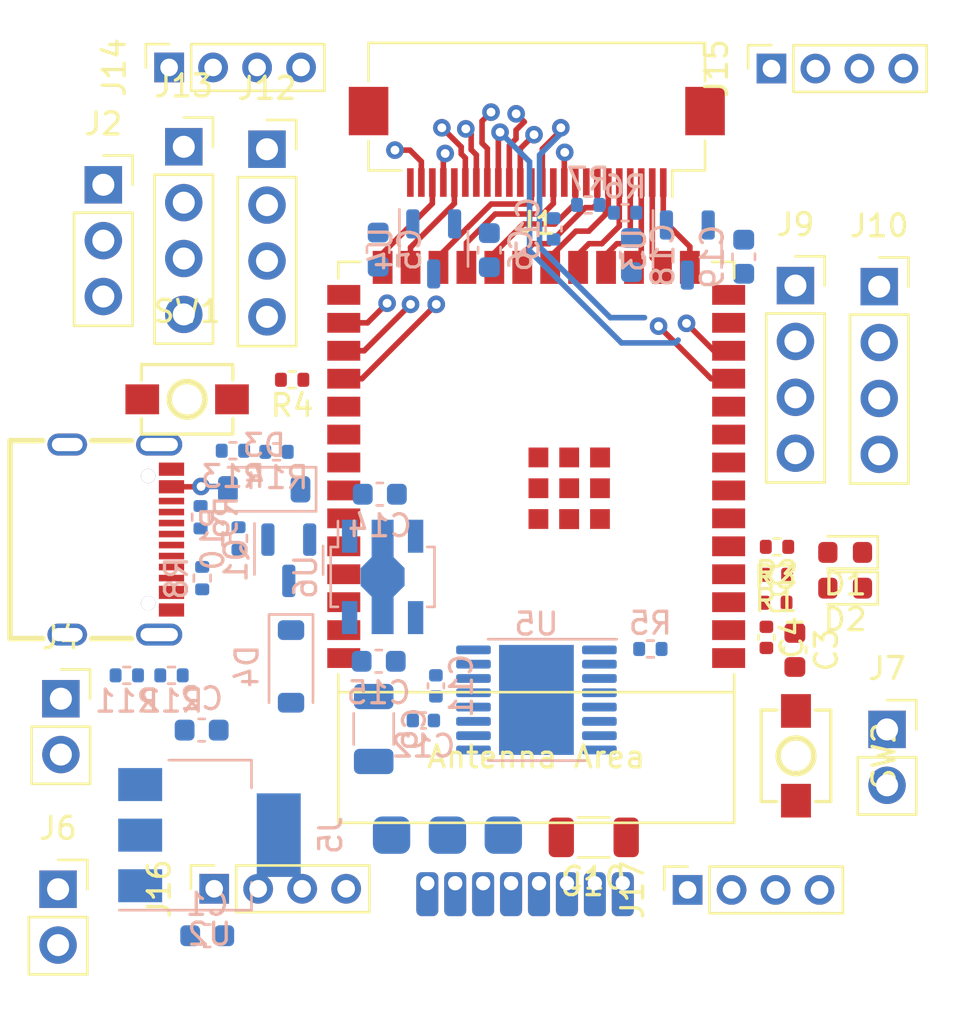
<source format=kicad_pcb>
(kicad_pcb (version 20221018) (generator pcbnew)
  (layers (0 "F.Cu" signal) (31 "B.Cu" signal) (34 "B.Paste" user) (35 "F.Paste" user) (36 "B.SilkS" user "B.Silkscreen") (37 "F.SilkS" user "F.Silkscreen") (38 "B.Mask" user) (39 "F.Mask" user) (44 "Edge.Cuts" user))
  (net 0 "")
  (net 1 "+5V")
  (net 2 "GND")
  (net 3 "VBAT")
  (net 4 "+3.3V")
  (net 5 "+2V8")
  (net 6 "Net-(U5-VINT)")
  (net 7 "Net-(U5-VCP)")
  (net 8 "VSYS")
  (net 9 "+1V2")
  (net 10 "Net-(D1-A)")
  (net 11 "Net-(D2-A)")
  (net 12 "VBUS")
  (net 13 "Net-(D4-K)")
  (net 14 "/STROBE")
  (net 15 "SIOD")
  (net 16 "SIOC")
  (net 17 "/~{RESET}")
  (net 18 "VSYNC")
  (net 19 "/PWDN")
  (net 20 "HREF")
  (net 21 "DATA9")
  (net 22 "XCLK")
  (net 23 "DATA8")
  (net 24 "DATA7")
  (net 25 "PCLK")
  (net 26 "DATA6")
  (net 27 "DATA2")
  (net 28 "DATA5")
  (net 29 "DATA3")
  (net 30 "DATA4")
  (net 31 "DATA1")
  (net 32 "DATA0")
  (net 33 "STEER")
  (net 34 "TX0")
  (net 35 "RX0")
  (net 36 "MOTOR_A_OUT1")
  (net 37 "MOTOR_A_OUT2")
  (net 38 "MOTOR_B_OUT1")
  (net 39 "MOTOR_B_OUT2")
  (net 40 "NRF_CE")
  (net 41 "NRF_CSN")
  (net 42 "NRF_SCK")
  (net 43 "NRF_MOSI")
  (net 44 "NRF_MISO")
  (net 45 "NRF_IRQ")
  (net 46 "GPIO00")
  (net 47 "RGB_LED")
  (net 48 "/RGB_FL_FR")
  (net 49 "/RGB_FR_BL")
  (net 50 "/RGB_BL_BR")
  (net 52 "LED_RED")
  (net 53 "LED_BLUE")
  (net 54 "~{NRESET}")
  (net 55 "~{BOOT}")
  (net 56 "Net-(U5-nSLEEP)")
  (net 57 "Net-(J11-CC2)")
  (net 58 "Net-(J11-CC1)")
  (net 59 "BATT_VOLTAGE")
  (net 60 "USB_SENSE")
  (net 61 "/~{MOTOR_NFAULT}")
  (net 62 "MOTOR_B_IN1")
  (net 63 "MOTOR_B_IN2")
  (net 64 "MOTOR_A_IN2")
  (net 65 "MOTOR_A_IN1")
  (net 73 "unconnected-(U1-GPIO18{slash}U1RXD{slash}ADC2_CH7{slash}CLK_OUT3-Pad11)")
  (net 74 "unconnected-(U1-GPIO8{slash}TOUCH8{slash}ADC1_CH7{slash}SUBSPICS1-Pad12)")
  (net 75 "USB-")
  (net 76 "USB+")
  (net 77 "unconnected-(U1-SPIIO6{slash}GPIO35{slash}FSPID{slash}SUBSPID-Pad28)")
  (net 78 "unconnected-(U1-SPIIO7{slash}GPIO36{slash}FSPICLK{slash}SUBSPICLK-Pad29)")
  (net 79 "unconnected-(U1-SPIDQS{slash}GPIO37{slash}FSPIQ{slash}SUBSPIQ-Pad30)")
  (footprint "Connector_PinSocket_2.54mm:PinSocket_1x03_P2.54mm_Vertical" (layer "F.Cu") (at 132.7404 97.5868)
    (fp_text reference "J2")
    (fp_text value "Steering")
  )
  (footprint "Connector_PinHeader_1.27mm:PinHeader_1x08_P1.27mm_Vertical" (layer "F.Cu") (at 156.3606 129.3368 -90)
    (fp_text reference "J8" hide)
    (fp_text value "NRF24L01" hide)
  )
  (footprint "Connector_PinSocket_2.00mm:PinSocket_1x04_P2.00mm_Vertical" (layer "F.Cu") (at 159.306 129.6416 90)
    (fp_text reference "J17")
    (fp_text value "RGB BR")
  )
  (footprint "Connector_PinSocket_2.54mm:PinSocket_1x02_P2.54mm_Vertical" (layer "F.Cu") (at 168.3762 122.3464)
    (fp_text reference "J7")
    (fp_text value "M2")
  )
  (footprint "Capacitor_SMD:C_0402_1005Metric" (layer "F.Cu") (at 162.8902 118.1614 -90)
    (fp_text reference "C4")
    (fp_text value "1u")
  )
  (footprint "Capacitor_SMD:C_0603_1608Metric" (layer "F.Cu") (at 164.1856 118.7326 -90)
    (fp_text reference "C3")
    (fp_text value "10u")
  )
  (footprint "Connector_PinSocket_2.54mm:PinSocket_1x02_P2.54mm_Vertical" (layer "F.Cu") (at 130.6826 129.6108)
    (fp_text reference "J6")
    (fp_text value "M1")
  )
  (footprint "Resistor_SMD:R_0402_1005Metric" (layer "F.Cu") (at 163.2966 116.586)
    (fp_text reference "R3")
    (fp_text value "10k")
  )
  (footprint "Capacitor_SMD:C_1206_3216Metric" (layer "F.Cu") (at 155.0398 127.254 180)
    (fp_text reference "C10")
    (fp_text value "47u")
  )
  (footprint "Connector_PinSocket_2.54mm:PinSocket_1x02_P2.54mm_Vertical" (layer "F.Cu") (at 130.8096 120.9494)
    (fp_text reference "J4")
    (fp_text value "Battery")
  )
  (footprint "easyeda2kicad:USB-SMD_GT-USB-7010AN" (layer "F.Cu") (at 133.4697 113.7158 -90)
    (fp_text reference "J11" hide)
    (fp_text value "USB C" hide)
  )
  (footprint "Espressif:ESP32-S3-WROOM-1" (layer "F.Cu") (at 152.424 110.842 180)
    (fp_text reference "U1")
    (fp_text value "ESP32-S3-WROOM-1")
  )
  (footprint "Connector_PinSocket_2.54mm:PinSocket_1x04_P2.54mm_Vertical" (layer "F.Cu") (at 168.0206 102.2196)
    (fp_text reference "J10")
    (fp_text value "GPIO")
  )
  (footprint "Resistor_SMD:R_0402_1005Metric" (layer "F.Cu") (at 141.3256 106.4514 180)
    (fp_text reference "R4")
    (fp_text value "10k")
  )
  (footprint "Connector_PinSocket_2.00mm:PinSocket_1x04_P2.00mm_Vertical" (layer "F.Cu") (at 163.1188 92.3036 90)
    (fp_text reference "J15")
    (fp_text value "RGB FR")
  )
  (footprint "Connector_PinSocket_2.54mm:PinSocket_1x04_P2.54mm_Vertical" (layer "F.Cu") (at 164.2106 102.1688)
    (fp_text reference "J9")
    (fp_text value "GPIO")
  )
  (footprint "LED_SMD:LED_0603_1608Metric" (layer "F.Cu") (at 166.4716 115.9256 180)
    (fp_text reference "D2")
    (fp_text value "BLUE")
  )
  (footprint "easyeda2kicad:SW-SMD_L4.0-W2.9-LS5.0" (layer "F.Cu") (at 136.5504 107.3404)
    (fp_text reference "SW1")
    (fp_text value "SW_SPST")
  )
  (footprint "Connector_PinSocket_2.54mm:PinSocket_1x04_P2.54mm_Vertical" (layer "F.Cu") (at 136.398 95.8596)
    (fp_text reference "J13")
    (fp_text value "GPIO")
  )
  (footprint "easyeda2kicad:SW-SMD_L4.0-W2.9-LS5.0" (layer "F.Cu") (at 164.2364 123.5456 -90)
    (fp_text reference "SW2")
    (fp_text value "SW_SPST")
  )
  (footprint "Resistor_SMD:R_0402_1005Metric" (layer "F.Cu") (at 163.3728 114.046 180)
    (fp_text reference "R2")
    (fp_text value "1k")
  )
  (footprint "Resistor_SMD:R_0402_1005Metric" (layer "F.Cu") (at 163.322 115.316 180)
    (fp_text reference "R1")
    (fp_text value "1k")
  )
  (footprint "Connector_FFC-FPC:Hirose_FH12-24S-0.5SH_1x24-1MP_P0.50mm_Horizontal" (layer "F.Cu") (at 152.4508 95.6352 180)
    (fp_text reference "J1")
    (fp_text value "CAMERA")
  )
  (footprint "Connector_PinSocket_2.00mm:PinSocket_1x04_P2.00mm_Vertical" (layer "F.Cu") (at 137.781 129.5908 90)
    (fp_text reference "J16")
    (fp_text value "RGB BL")
  )
  (footprint "Connector_PinSocket_2.54mm:PinSocket_1x04_P2.54mm_Vertical" (layer "F.Cu") (at 140.1822 95.9712)
    (fp_text reference "J12")
    (fp_text value "GPIO")
  )
  (footprint "Connector_PinSocket_2.00mm:PinSocket_1x04_P2.00mm_Vertical" (layer "F.Cu") (at 135.732 92.2528 90)
    (fp_text reference "J14")
    (fp_text value "RGB FL")
  )
  (footprint "LED_SMD:LED_0603_1608Metric" (layer "F.Cu") (at 166.4716 114.3 180)
    (fp_text reference "D1")
    (fp_text value "RED")
  )
  (footprint "Capacitor_SMD:C_0402_1005Metric" (layer "B.Cu") (at 153.2128 99.5908 -90)
    (fp_text reference "C13")
    (fp_text value "0.1u")
  )
  (footprint "Capacitor_SMD:C_0603_1608Metric" (layer "B.Cu") (at 161.859 100.8579 -90)
    (fp_text reference "C19")
    (fp_text value "10u")
  )
  (footprint "Resistor_SMD:R_0402_1005Metric" (layer "B.Cu") (at 156.464 98.8568 180)
    (fp_text reference "R6")
    (fp_text value "10k")
  )
  (footprint "Diode_SMD:D_SOD-123" (layer "B.Cu") (at 141.2748 119.4816 -90)
    (fp_text reference "D4")
    (fp_text value "Schottky")
  )
  (footprint "Package_TO_SOT_SMD:SOT-89-5" (layer "B.Cu") (at 145.439 115.4134 -90)
    (fp_text reference "U6")
    (fp_text value "WL2803K33-5/TR")
  )
  (footprint "Resistor_SMD:R_0402_1005Metric" (layer "B.Cu") (at 137.2362 115.4684 -90)
    (fp_text reference "R8")
    (fp_text value "5.11k")
  )
  (footprint "Capacitor_SMD:C_0603_1608Metric" (layer "B.Cu") (at 145.312 111.6542)
    (fp_text reference "C14")
    (fp_text value "10u")
  )
  (footprint "Resistor_SMD:R_0402_1005Metric" (layer "B.Cu") (at 137.16 112.6998 90)
    (fp_text reference "R9")
    (fp_text value "5.11k")
  )
  (footprint "Package_SO:HTSSOP-16-1EP_4.4x5mm_P0.65mm_EP3.4x5mm_Mask2.46x2.31mm_ThermalVias" (layer "B.Cu") (at 152.4331 121.005 180)
    (fp_text reference "U5")
    (fp_text value "DRV8833PWP")
  )
  (footprint "Capacitor_SMD:C_0603_1608Metric" (layer "B.Cu") (at 150.2918 100.5586 90)
    (fp_text reference "C6")
    (fp_text value "10u")
  )
  (footprint "Capacitor_SMD:C_0402_1005Metric" (layer "B.Cu") (at 147.2929 121.9406)
    (fp_text reference "C12")
    (fp_text value "10n")
  )
  (footprint "Resistor_SMD:R_0402_1005Metric" (layer "B.Cu") (at 138.8872 113.665 -90)
    (fp_text reference "R10")
    (fp_text value "10k")
  )
  (footprint "Resistor_SMD:R_0402_1005Metric" (layer "B.Cu") (at 133.8072 119.888)
    (fp_text reference "R11")
    (fp_text value "10k")
  )
  (footprint "Resistor_SMD:R_0402_1005Metric" (layer "B.Cu") (at 138.6332 109.6772)
    (fp_text reference "R13")
    (fp_text value "10k")
  )
  (footprint "Diode_SMD:D_SOD-123" (layer "B.Cu") (at 140.0546 111.4298 180)
    (fp_text reference "D3")
    (fp_text value "D_Schottky")
  )
  (footprint "Package_TO_SOT_SMD:SOT-23-3" (layer "B.Cu") (at 159.2936 100.5531 -90)
    (fp_text reference "U3")
    (fp_text value "XC6206-1.2V")
  )
  (footprint "Connector_PinSocket_2.54mm:PinSocket_1x03_P2.54mm_Vertical" (layer "B.Cu") (at 145.8468 127.1524 -90)
    (fp_text reference "J5")
    (fp_text value "Debug UART")
  )
  (footprint "Package_TO_SOT_SMD:SOT-223-3_TabPin2" (layer "B.Cu") (at 137.5664 127.1524)
    (fp_text reference "U2")
    (fp_text value "AMS1117-5.0")
  )
  (footprint "Capacitor_SMD:C_0603_1608Metric" (layer "B.Cu") (at 137.4648 131.7244 180)
    (fp_text reference "C1")
    (fp_text value "10u")
  )
  (footprint "Capacitor_SMD:C_0603_1608Metric" (layer "B.Cu") (at 156.7536 100.7817 90)
    (fp_text reference "C18")
    (fp_text value "10u")
  )
  (footprint "Resistor_SMD:R_0402_1005Metric" (layer "B.Cu") (at 135.8392 119.888)
    (fp_text reference "R12")
    (fp_text value "4.7k")
  )
  (footprint "Capacitor_SMD:C_1206_3216Metric" (layer "B.Cu") (at 145.034 122.3264 90)
    (fp_text reference "C9")
    (fp_text value "47u")
  )
  (footprint "Capacitor_SMD:C_0402_1005Metric" (layer "B.Cu") (at 147.8611 120.3658 90)
    (fp_text reference "C11")
    (fp_text value "2.2u")
  )
  (footprint "Resistor_SMD:R_0402_1005Metric" (layer "B.Cu") (at 157.6147 118.6894 180)
    (fp_text reference "R5")
    (fp_text value "10k")
  )
  (footprint "Package_TO_SOT_SMD:SOT-23" (layer "B.Cu") (at 141.1732 114.6556 -90)
    (fp_text reference "Q1")
    (fp_text value "Q_PMOS_GSD")
  )
  (footprint "Capacitor_SMD:C_0603_1608Metric" (layer "B.Cu") (at 137.2108 122.3772 180)
    (fp_text reference "C2")
    (fp_text value "10u")
  )
  (footprint "Resistor_SMD:R_0402_1005Metric" (layer "B.Cu") (at 140.6144 109.728)
    (fp_text reference "R14")
    (fp_text value "4.7k")
  )
  (footprint "Capacitor_SMD:C_0603_1608Metric" (layer "B.Cu") (at 145.2612 119.2488)
    (fp_text reference "C15")
    (fp_text value "10u")
  )
  (footprint "Package_TO_SOT_SMD:SOT-23-3" (layer "B.Cu") (at 147.762 100.5023 -90)
    (fp_text reference "U4")
    (fp_text value "XC6206-2.8V")
  )
  (footprint "Capacitor_SMD:C_0603_1608Metric" (layer "B.Cu") (at 145.2372 100.5332 90)
    (fp_text reference "C5")
    (fp_text value "10u")
  )
  (footprint "Resistor_SMD:R_0402_1005Metric" (layer "B.Cu") (at 154.7876 98.5012 180)
    (fp_text reference "R7")
    (fp_text value "10k")
  )
  (segment (start 147.2008 96.5312) (end 147.2008 97.4852) (width 0.254) (layer "F.Cu") (net 2))
  (segment (start 145.9992 96.012) (end 146.6816 96.012) (width 0.254) (layer "F.Cu") (net 2))
  (segment (start 153.7008 96.1336) (end 153.7208 96.1136) (width 0.254) (layer "F.Cu") (net 2))
  (segment (start 153.7008 97.4852) (end 153.7008 96.1336) (width 0.254) (layer "F.Cu") (net 2))
  (segment (start 146.6816 96.012) (end 147.2008 96.5312) (width 0.254) (layer "F.Cu") (net 2))
  (via (at 145.9992 96.012) (size 0.8) (drill 0.4) (layers "F.Cu" "B.Cu") (net 2))
  (via (at 153.7208 96.1136) (size 0.8) (drill 0.4) (layers "F.Cu" "B.Cu") (net 2))
  (segment (start 151.7008 95.944803) (end 151.7008 97.4852) (width 0.254) (layer "F.Cu") (net 4))
  (segment (start 152.323838 95.31087) (end 152.323838 95.321765) (width 0.254) (layer "F.Cu") (net 4))
  (segment (start 152.323838 95.321765) (end 151.7008 95.944803) (width 0.254) (layer "F.Cu") (net 4))
  (via (at 152.323838 95.31087) (size 0.8) (drill 0.4) (layers "F.Cu" "B.Cu") (net 4))
  (segment (start 148.2008 96.2488) (end 148.2852 96.1644) (width 0.254) (layer "F.Cu") (net 5))
  (segment (start 148.2008 97.4852) (end 148.2008 96.2488) (width 0.254) (layer "F.Cu") (net 5))
  (via (at 148.2852 96.1644) (size 0.8) (drill 0.4) (layers "F.Cu" "B.Cu") (net 5))
  (segment (start 151.505962 95.497589) (end 151.2008 95.802751) (width 0.254) (layer "F.Cu") (net 9))
  (segment (start 151.505962 95.100612) (end 151.505962 95.497589) (width 0.254) (layer "F.Cu") (net 9))
  (segment (start 151.2008 95.802751) (end 151.2008 97.4852) (width 0.254) (layer "F.Cu") (net 9))
  (segment (start 151.878287 94.728287) (end 151.505962 95.100612) (width 0.254) (layer "F.Cu") (net 9))
  (segment (start 151.511 94.361) (end 151.878287 94.728287) (width 0.254) (layer "F.Cu") (net 9))
  (via (at 151.511 94.361) (size 0.8) (drill 0.4) (layers "F.Cu" "B.Cu") (net 9))
  (segment (start 137.1724 111.3158) (end 137.1854 111.3028) (width 0.25) (layer "F.Cu") (net 12))
  (segment (start 135.8397 111.3158) (end 137.1724 111.3158) (width 0.25) (layer "F.Cu") (net 12))
  (via (at 137.1854 111.3028) (size 0.8) (drill 0.4) (layers "F.Cu" "B.Cu") (net 12))
  (segment (start 137.1854 111.3028) (end 138.2776 111.3028) (width 0.25) (layer "B.Cu") (net 12))
  (segment (start 138.2776 111.3028) (end 138.4046 111.4298) (width 0.25) (layer "B.Cu") (net 12))
  (segment (start 145.439 100.701) (end 145.439 101.342) (width 0.254) (layer "F.Cu") (net 15))
  (segment (start 147.7008 98.4392) (end 145.439 100.701) (width 0.254) (layer "F.Cu") (net 15))
  (segment (start 147.7008 97.4852) (end 147.7008 98.4392) (width 0.254) (layer "F.Cu") (net 15))
  (segment (start 148.7008 98.4392) (end 146.709 100.431) (width 0.254) (layer "F.Cu") (net 16))
  (segment (start 146.709 100.431) (end 146.709 101.342) (width 0.254) (layer "F.Cu") (net 16))
  (segment (start 148.7008 97.4852) (end 148.7008 98.4392) (width 0.254) (layer "F.Cu") (net 16))
  (segment (start 149.0122 95.863266) (end 149.0122 96.1802) (width 0.254) (layer "F.Cu") (net 17))
  (segment (start 148.144934 94.996) (end 149.0122 95.863266) (width 0.254) (layer "F.Cu") (net 17))
  (segment (start 149.0122 96.1802) (end 149.2008 96.3688) (width 0.254) (layer "F.Cu") (net 17))
  (segment (start 149.2008 96.3688) (end 149.2008 97.4852) (width 0.254) (layer "F.Cu") (net 17))
  (segment (start 148.1328 94.996) (end 148.144934 94.996) (width 0.254) (layer "F.Cu") (net 17))
  (via (at 148.1328 94.996) (size 0.8) (drill 0.4) (layers "F.Cu" "B.Cu") (net 17))
  (segment (start 149.221666 95.044598) (end 149.4662 95.289132) (width 0.254) (layer "F.Cu") (net 18))
  (segment (start 149.7008 96.226747) (end 149.7008 97.4852) (width 0.254) (layer "F.Cu") (net 18))
  (segment (start 149.4662 95.289132) (end 149.4662 95.992147) (width 0.254) (layer "F.Cu") (net 18))
  (segment (start 149.4662 95.992147) (end 149.7008 96.226747) (width 0.254) (layer "F.Cu") (net 18))
  (via (at 149.221666 95.044598) (size 0.8) (drill 0.4) (layers "F.Cu" "B.Cu") (net 18))
  (segment (start 149.9616 94.6912) (end 149.9616 95.698134) (width 0.254) (layer "F.Cu") (net 19))
  (segment (start 150.368 94.2848) (end 149.9616 94.6912) (width 0.254) (layer "F.Cu") (net 19))
  (segment (start 149.9616 95.698134) (end 150.2008 95.937334) (width 0.254) (layer "F.Cu") (net 19))
  (segment (start 150.2008 95.937334) (end 150.2008 97.4852) (width 0.254) (layer "F.Cu") (net 19))
  (via (at 150.368 94.2848) (size 0.8) (drill 0.4) (layers "F.Cu" "B.Cu") (net 19))
  (segment (start 150.7008 95.274617) (end 150.7008 97.4852) (width 0.254) (layer "F.Cu") (net 20))
  (segment (start 150.778962 95.196455) (end 150.7008 95.274617) (width 0.254) (layer "F.Cu") (net 20))
  (via (at 150.778962 95.196455) (size 0.8) (drill 0.4) (layers "F.Cu" "B.Cu") (net 20))
  (segment (start 152.1218 100.59617) (end 156.30063 104.775) (width 0.254) (layer "B.Cu") (net 20))
  (segment (start 158.75 104.775) (end 158.877 104.648) (width 0.254) (layer "B.Cu") (net 20))
  (segment (start 152.1218 96.539293) (end 152.1218 100.59617) (width 0.254) (layer "B.Cu") (net 20))
  (segment (start 150.778962 95.196455) (end 152.1218 96.539293) (width 0.254) (layer "B.Cu") (net 20))
  (segment (start 156.30063 104.775) (end 158.75 104.775) (width 0.254) (layer "B.Cu") (net 20))
  (segment (start 152.1778 98.4622) (end 150.374548 98.4622) (width 0.254) (layer "F.Cu") (net 21))
  (segment (start 147.979 100.857748) (end 147.979 101.342) (width 0.254) (layer "F.Cu") (net 21))
  (segment (start 152.2008 98.4392) (end 152.1778 98.4622) (width 0.254) (layer "F.Cu") (net 21))
  (segment (start 152.2008 97.4852) (end 152.2008 98.4392) (width 0.254) (layer "F.Cu") (net 21))
  (segment (start 150.374548 98.4622) (end 147.979 100.857748) (width 0.254) (layer "F.Cu") (net 21))
  (segment (start 152.7008 95.962042) (end 153.543 95.119842) (width 0.254) (layer "F.Cu") (net 22))
  (segment (start 152.7008 97.4852) (end 152.7008 95.962042) (width 0.254) (layer "F.Cu") (net 22))
  (segment (start 153.543 95.119842) (end 153.543 94.996) (width 0.254) (layer "F.Cu") (net 22))
  (via (at 153.543 94.996) (size 0.8) (drill 0.4) (layers "F.Cu" "B.Cu") (net 22))
  (segment (start 152.5758 100.408118) (end 155.793615 103.625933) (width 0.254) (layer "B.Cu") (net 22))
  (segment (start 153.543 95.263266) (end 152.5758 96.230466) (width 0.254) (layer "B.Cu") (net 22))
  (segment (start 153.543 94.996) (end 153.543 95.263266) (width 0.254) (layer "B.Cu") (net 22))
  (segment (start 155.793615 103.625933) (end 157.346933 103.625933) (width 0.254) (layer "B.Cu") (net 22))
  (segment (start 152.5758 96.230466) (end 152.5758 100.408118) (width 0.254) (layer "B.Cu") (net 22))
  (segment (start 153.2008 97.4852) (end 153.2008 98.4392) (width 0.254) (layer "F.Cu") (net 23))
  (segment (start 152.7238 98.9162) (end 150.5626 98.9162) (width 0.254) (layer "F.Cu") (net 23))
  (segment (start 149.249 100.2298) (end 149.249 101.342) (width 0.254) (layer "F.Cu") (net 23))
  (segment (start 150.5626 98.9162) (end 149.249 100.2298) (width 0.254) (layer "F.Cu") (net 23))
  (segment (start 153.2008 98.4392) (end 152.7238 98.9162) (width 0.254) (layer "F.Cu") (net 23))
  (segment (start 153.2698 99.3702) (end 151.8358 99.3702) (width 0.254) (layer "F.Cu") (net 24))
  (segment (start 151.8358 99.3702) (end 150.519 100.687) (width 0.254) (layer "F.Cu") (net 24))
  (segment (start 150.519 100.687) (end 150.519 101.342) (width 0.254) (layer "F.Cu") (net 24))
  (segment (start 154.2008 97.4852) (end 154.2008 98.4392) (width 0.254) (layer "F.Cu") (net 24))
  (segment (start 154.2008 98.4392) (end 153.2698 99.3702) (width 0.254) (layer "F.Cu") (net 24))
  (segment (start 152.282 100.265) (end 151.789 100.758) (width 0.254) (layer "F.Cu") (net 26))
  (segment (start 153.017052 100.265) (end 152.282 100.265) (width 0.254) (layer "F.Cu") (net 26))
  (segment (start 154.6548 98.627252) (end 153.017052 100.265) (width 0.254) (layer "F.Cu") (net 26))
  (segment (start 155.012748 98.627252) (end 154.6548 98.627252) (width 0.254) (layer "F.Cu") (net 26))
  (segment (start 151.789 100.758) (end 151.789 101.342) (width 0.254) (layer "F.Cu") (net 26))
  (segment (start 155.2008 97.4852) (end 155.2008 98.4392) (width 0.254) (layer "F.Cu") (net 26))
  (segment (start 155.2008 98.4392) (end 155.012748 98.627252) (width 0.254) (layer "F.Cu") (net 26))
  (segment (start 155.7008 98.6802) (end 155.7008 97.4852) (width 0.254) (layer "F.Cu") (net 27))
  (segment (start 153.059 101.342) (end 153.059 100.865104) (width 0.254) (layer "F.Cu") (net 27))
  (segment (start 155.575 98.933) (end 155.575 98.806) (width 0.254) (layer "F.Cu") (net 27))
  (segment (start 154.813 99.695) (end 155.575 98.933) (width 0.254) (layer "F.Cu") (net 27))
  (segment (start 155.575 98.806) (end 155.7008 98.6802) (width 0.254) (layer "F.Cu") (net 27))
  (segment (start 153.059 100.865104) (end 154.229104 99.695) (width 0.254) (layer "F.Cu") (net 27))
  (segment (start 154.229104 99.695) (end 154.813 99.695) (width 0.254) (layer "F.Cu") (net 27))
  (segment (start 154.329 100.758) (end 154.329 101.342) (width 0.254) (layer "F.Cu") (net 28))
  (segment (start 155.406 100.265) (end 154.822 100.265) (width 0.254) (layer "F.Cu") (net 28))
  (segment (start 156.2008 99.4702) (end 155.406 100.265) (width 0.254) (layer "F.Cu") (net 28))
  (segment (start 156.2008 97.4852) (end 156.2008 99.4702) (width 0.254) (layer "F.Cu") (net 28))
  (segment (start 154.822 100.265) (end 154.329 100.758) (width 0.254) (layer "F.Cu") (net 28))
  (segment (start 156.7008 97.4852) (end 156.7008 100.2402) (width 0.254) (layer "F.Cu") (net 29))
  (segment (start 156.676 100.265) (end 156.092 100.265) (width 0.254) (layer "F.Cu") (net 29))
  (segment (start 156.7008 100.2402) (end 156.676 100.265) (width 0.254) (layer "F.Cu") (net 29))
  (segment (start 155.599 100.758) (end 155.599 101.342) (width 0.254) (layer "F.Cu") (net 29))
  (segment (start 156.092 100.265) (end 155.599 100.758) (width 0.254) (layer "F.Cu") (net 29))
  (segment (start 157.2008 97.4852) (end 157.2008 101.0102) (width 0.254) (layer "F.Cu") (net 30))
  (segment (start 157.2008 101.0102) (end 156.869 101.342) (width 0.254) (layer "F.Cu") (net 30))
  (segment (start 157.7008 97.4852) (end 157.7008 100.9038) (width 0.254) (layer "F.Cu") (net 31))
  (segment (start 157.7008 100.9038) (end 158.139 101.342) (width 0.254) (layer "F.Cu") (net 31))
  (segment (start 159.409 100.397748) (end 159.409 101.342) (width 0.254) (layer "F.Cu") (net 32))
  (segment (start 158.2008 97.4852) (end 158.2008 99.189548) (width 0.254) (layer "F.Cu") (net 32))
  (segment (start 158.2008 99.189548) (end 159.409 100.397748) (width 0.254) (layer "F.Cu") (net 32))
  (segment (start 160.377 106.402) (end 157.988 104.013) (width 0.254) (layer "F.Cu") (net 73))
  (segment (start 161.174 106.402) (end 160.377 106.402) (width 0.254) (layer "F.Cu") (net 73))
  (via (at 157.988 104.013) (size 0.8) (drill 0.4) (layers "F.Cu" "B.Cu") (net 73))
  (segment (start 161.174 105.132) (end 160.504 105.132) (width 0.254) (layer "F.Cu") (net 74))
  (segment (start 160.504 105.132) (end 159.258 103.886) (width 0.254) (layer "F.Cu") (net 74))
  (via (at 159.258 103.886) (size 0.8) (drill 0.4) (layers "F.Cu" "B.Cu") (net 74))
  (segment (start 144.7532 103.862) (end 145.6436 102.9716) (width 0.254) (layer "F.Cu") (net 77))
  (segment (start 143.674 103.862) (end 144.7532 103.862) (width 0.254) (layer "F.Cu") (net 77))
  (via (at 145.6436 102.9716) (size 0.8) (drill 0.4) (layers "F.Cu" "B.Cu") (net 77))
  (segment (start 144.6008 105.132) (end 146.7104 103.0224) (width 0.254) (layer "F.Cu") (net 78))
  (segment (start 143.674 105.132) (end 144.6008 105.132) (width 0.254) (layer "F.Cu") (net 78))
  (via (at 146.7104 103.0224) (size 0.8) (drill 0.4) (layers "F.Cu" "B.Cu") (net 78))
  (segment (start 143.674 106.402) (end 144.4992 106.402) (width 0.254) (layer "F.Cu") (net 79))
  (segment (start 144.4992 106.402) (end 147.8788 103.0224) (width 0.254) (layer "F.Cu") (net 79))
  (via (at 147.8788 103.0224) (size 0.8) (drill 0.4) (layers "F.Cu" "B.Cu") (net 79))
)
</source>
